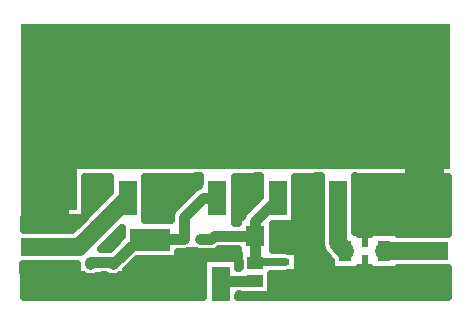
<source format=gtl>
G04 DipTrace Beta 2.3.5.2*
%IN7W_Booster.GTL*%
%MOIN*%
%ADD13C,0.02*%
%ADD14C,0.13*%
%ADD15C,0.06*%
%ADD16C,0.0591*%
%ADD17C,0.0748*%
%ADD18C,0.035*%
%ADD19C,0.025*%
%ADD24R,0.0315X0.0197*%
%ADD25R,0.063X0.0709*%
%ADD26R,0.1339X0.0748*%
%ADD27R,0.0531X0.0394*%
%ADD28R,0.0197X0.0315*%
%ADD29R,0.063X0.1181*%
%ADD31R,0.16X0.06*%
%ADD33R,0.041X0.071*%
%ADD34R,0.024X0.049*%
%ADD35R,0.0591X0.0591*%
%FSLAX44Y44*%
G04*
G70*
G90*
G75*
G01*
%LNTop*%
%LPD*%
X2012Y6622D2*
D13*
X1000Y5609D1*
Y3000D1*
X2012Y6622D2*
D14*
X1000Y5609D1*
Y3950D1*
D15*
Y3000D1*
X12406Y6622D2*
D14*
X13625Y5403D1*
Y3825D1*
D15*
Y2875D1*
X5840Y775D2*
D16*
X5780Y715D1*
D17*
X4500D1*
X1000Y2000D2*
D15*
X2125D1*
X3750Y3625D1*
X11000Y1875D2*
X10752Y2123D1*
Y3629D1*
X8000Y1466D2*
D18*
Y2375D1*
Y1466D2*
D19*
X8034Y1500D1*
X9000D1*
X6171Y2285D2*
D18*
X6535D1*
X6625Y2375D1*
X8000D1*
Y2885D1*
X8745Y3629D1*
X2500Y1426D2*
Y1500D1*
X3250D1*
Y1426D1*
X4074Y2250D1*
X4500D1*
X4535Y2285D1*
X5620D1*
Y2995D1*
X6254Y3629D1*
X6737D1*
X6840Y775D2*
X6940Y875D1*
X8000D1*
X12280Y1875D2*
D15*
X13625D1*
X2349Y4173D2*
D19*
X3146D1*
X4357D2*
X6131D1*
X7341D2*
X8139D1*
X9349D2*
X10146D1*
X11357D2*
X14389D1*
X2349Y3924D2*
X3146D1*
X4357D2*
X5900D1*
X7341D2*
X8139D1*
X9349D2*
X10146D1*
X11357D2*
X14389D1*
X2349Y3675D2*
X2975D1*
X4357D2*
X5654D1*
X7341D2*
X8139D1*
X9349D2*
X10146D1*
X11357D2*
X14389D1*
X2349Y3426D2*
X2729D1*
X4357D2*
X5404D1*
X7341D2*
X7896D1*
X9349D2*
X10146D1*
X11357D2*
X14389D1*
X2349Y3178D2*
X2478D1*
X4357D2*
X5193D1*
X7341D2*
X7646D1*
X9349D2*
X10146D1*
X11357D2*
X14389D1*
X300Y2929D2*
X2229D1*
X4357D2*
X5154D1*
X9349D2*
X10146D1*
X11357D2*
X14389D1*
X300Y2680D2*
X1982D1*
X8607D2*
X10162D1*
X11341D2*
X14389D1*
X3380Y2432D2*
X3541D1*
X8607D2*
X10162D1*
X11493D2*
X11787D1*
X3130Y2183D2*
X3361D1*
X8607D2*
X10162D1*
X6825Y1934D2*
X7396D1*
X8607D2*
X10193D1*
X5458Y1686D2*
X7443D1*
X9446D2*
X10365D1*
X3907Y1437D2*
X6236D1*
X9446D2*
X10506D1*
X300Y1188D2*
X2053D1*
X3696D2*
X6236D1*
X9446D2*
X14389D1*
X300Y940D2*
X6236D1*
X8556D2*
X14389D1*
X300Y691D2*
X6236D1*
X8556D2*
X14389D1*
X300Y442D2*
X6236D1*
X8556D2*
X14389D1*
X2254Y1063D2*
X2078D1*
X2072Y1325D1*
X2060Y1434D1*
X272Y1435D1*
X275Y770D1*
Y325D1*
X6263Y329D1*
X6260Y1420D1*
Y1630D1*
X7420D1*
Y1314D1*
X7467Y1315D1*
X7473Y1337D1*
X7469Y1758D1*
X7420Y1756D1*
Y1932D1*
X6875Y1935D1*
X6801D1*
X6706Y1880D1*
X6625Y1854D1*
X6410Y1845D1*
X6171D1*
X6035Y1863D1*
X5808Y1867D1*
X5858Y1863D1*
X5745D1*
X5620Y1845D1*
X5436D1*
X5434Y1611D1*
X4055D1*
X3675Y1229D1*
X3672Y1063D1*
X3497D1*
X3397Y1011D1*
X3301Y989D1*
X3203D1*
X3107Y1010D1*
X3000Y1060D1*
X2735Y1054D1*
X2647Y1011D1*
X2551Y989D1*
X2453D1*
X2357Y1010D1*
X2252Y1064D1*
X9144Y1863D2*
X9422D1*
Y1137D1*
X9137D1*
X9099Y1123D1*
X9000Y1110D1*
X8527D1*
X8531Y587D1*
Y413D1*
X7469D1*
Y433D1*
X7420Y380D1*
Y330D1*
X14415Y335D1*
Y1308D1*
X12746Y1310D1*
X12750Y1255D1*
X11810D1*
Y1321D1*
X11470Y1320D1*
Y1255D1*
X10530D1*
Y1548D1*
X10353Y1723D1*
X10275Y1820D1*
X10220Y1933D1*
X10188Y2098D1*
Y2775D1*
X10173Y2774D1*
Y4356D1*
X9769Y4352D1*
X9328D1*
X9324Y3360D1*
Y2774D1*
X8578D1*
X8580Y1889D1*
X9000Y1890D1*
X9133Y1865D1*
X7545Y2994D2*
X7572D1*
X7632Y3125D1*
X7689Y3196D1*
X8167Y3674D1*
X8165Y4356D1*
X7769Y4352D1*
X7320D1*
X7317Y3360D1*
Y2814D1*
X7418Y2815D1*
X7420Y2994D1*
X7545D1*
X4328Y2889D2*
X5179D1*
X5180Y2995D1*
X5198Y3118D1*
X5252Y3235D1*
X5309Y3306D1*
X5943Y3941D1*
X6047Y4017D1*
X6128Y4050D1*
X6157Y4149D1*
Y4356D1*
X5769Y4352D1*
X4328D1*
X4330Y2891D1*
X3566Y2365D2*
Y2638D1*
X2865Y1941D1*
X3145Y1940D1*
X3566Y2364D1*
X3170Y3844D2*
Y4352D1*
X2328D1*
X2325Y3705D1*
Y3000D1*
X3170Y3844D1*
X11332Y4356D2*
Y2774D1*
X11321D1*
X11317Y2493D1*
X11470Y2495D1*
Y2429D1*
X11810Y2430D1*
Y2495D1*
X12750D1*
Y2436D1*
X13155Y2440D1*
X14416D1*
X14415Y4354D1*
X12519Y4352D1*
X11336D1*
X275Y2565D2*
X1892D1*
X2313Y2985D1*
X274D1*
X275Y2563D1*
D24*
X2500Y875D3*
Y1426D3*
X3250Y875D3*
Y1426D3*
X9000Y1500D3*
Y949D3*
D25*
X8000Y2375D3*
X9102D3*
D26*
X4500Y2250D3*
Y715D3*
D27*
X8000Y875D3*
Y1466D3*
D28*
X5620Y2285D3*
X6171D3*
D29*
X3750Y3625D3*
X6737Y3629D3*
X8745D3*
X10752D3*
D31*
X1000Y1000D3*
Y2000D3*
Y3000D3*
X13625Y875D3*
Y1875D3*
Y2875D3*
D33*
X11000Y1875D3*
X12280D3*
D34*
X11640Y2245D3*
Y1505D3*
D35*
X6840Y775D3*
X5840D3*
D29*
D3*
X6840D3*
G36*
X180Y8190D2*
X2060D1*
Y3250D1*
X180D1*
Y8190D1*
G37*
G36*
X182Y9381D2*
X14434D1*
Y4657D1*
X182D1*
Y9381D1*
G37*
G36*
X201Y9393D2*
X14453D1*
Y4669D1*
X201D1*
Y9393D1*
G37*
G36*
X178Y9425D2*
X14504D1*
Y4617D1*
X178D1*
Y9425D1*
G37*
M02*

</source>
